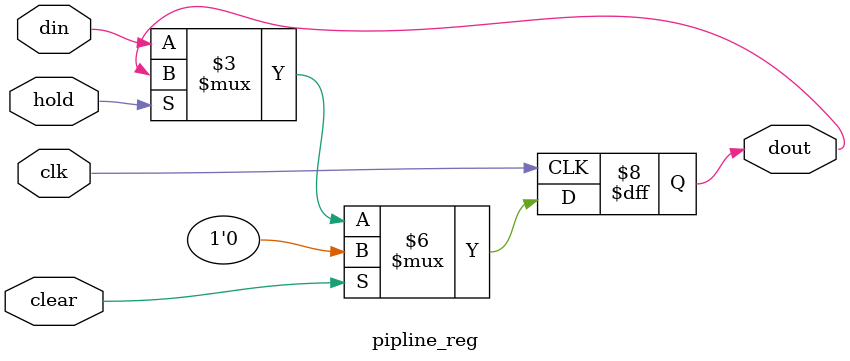
<source format=v>

`include "defines.v"

module pipline_reg #(parameter N = 1)
    (
    input              clk,
    input              clear,
    input              hold,
    input      [N-1:0] din,
    output reg [N-1:0] dout
);

always @(posedge clk) begin
    if (clear)
        dout <= {N{1'b0}};
    else if (hold)
        dout <= dout;
    else
        dout <= din;
end


endmodule
</source>
